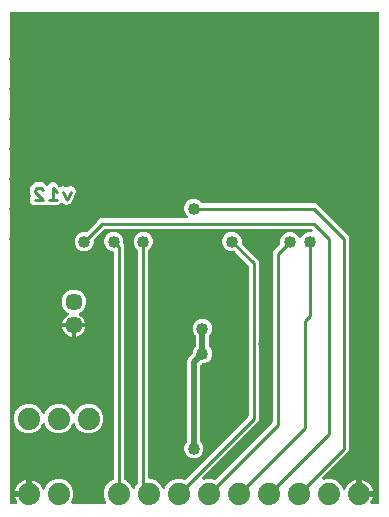
<source format=gbr>
G04 EAGLE Gerber RS-274X export*
G75*
%MOMM*%
%FSLAX34Y34*%
%LPD*%
%INBottom Copper*%
%IPPOS*%
%AMOC8*
5,1,8,0,0,1.08239X$1,22.5*%
G01*
%ADD10C,0.254000*%
%ADD11C,1.879600*%
%ADD12C,1.447800*%
%ADD13C,1.016000*%
%ADD14C,0.508000*%

G36*
X9385Y4070D02*
X9385Y4070D01*
X9425Y4067D01*
X9543Y4090D01*
X9661Y4105D01*
X9698Y4119D01*
X9737Y4127D01*
X9846Y4178D01*
X9957Y4222D01*
X9989Y4245D01*
X10025Y4262D01*
X10117Y4338D01*
X10214Y4408D01*
X10240Y4439D01*
X10270Y4464D01*
X10341Y4561D01*
X10417Y4653D01*
X10434Y4689D01*
X10458Y4722D01*
X10502Y4833D01*
X10553Y4941D01*
X10560Y4980D01*
X10575Y5017D01*
X10590Y5136D01*
X10612Y5253D01*
X10610Y5293D01*
X10615Y5333D01*
X10600Y5452D01*
X10593Y5571D01*
X10580Y5609D01*
X10575Y5648D01*
X10532Y5760D01*
X10495Y5873D01*
X10473Y5907D01*
X10459Y5944D01*
X10373Y6080D01*
X10109Y6443D01*
X9256Y8117D01*
X8675Y9904D01*
X8635Y10161D01*
X19050Y10161D01*
X19168Y10176D01*
X19287Y10183D01*
X19325Y10196D01*
X19365Y10201D01*
X19476Y10244D01*
X19589Y10281D01*
X19623Y10303D01*
X19661Y10318D01*
X19757Y10388D01*
X19858Y10451D01*
X19886Y10481D01*
X19918Y10504D01*
X19994Y10596D01*
X20076Y10683D01*
X20095Y10718D01*
X20121Y10749D01*
X20172Y10857D01*
X20229Y10961D01*
X20240Y11001D01*
X20257Y11037D01*
X20279Y11154D01*
X20309Y11269D01*
X20313Y11330D01*
X20317Y11350D01*
X20315Y11370D01*
X20319Y11430D01*
X20319Y12701D01*
X21590Y12701D01*
X21708Y12716D01*
X21827Y12723D01*
X21865Y12736D01*
X21905Y12741D01*
X22016Y12785D01*
X22129Y12821D01*
X22164Y12843D01*
X22201Y12858D01*
X22297Y12928D01*
X22398Y12991D01*
X22426Y13021D01*
X22459Y13045D01*
X22534Y13136D01*
X22616Y13223D01*
X22636Y13258D01*
X22661Y13290D01*
X22712Y13397D01*
X22770Y13502D01*
X22780Y13541D01*
X22797Y13577D01*
X22819Y13694D01*
X22849Y13809D01*
X22853Y13870D01*
X22857Y13890D01*
X22855Y13910D01*
X22859Y13970D01*
X22859Y24385D01*
X23116Y24345D01*
X24903Y23764D01*
X26577Y22911D01*
X28098Y21806D01*
X29426Y20478D01*
X30531Y18957D01*
X31384Y17283D01*
X31535Y16818D01*
X31548Y16791D01*
X31555Y16762D01*
X31615Y16647D01*
X31670Y16530D01*
X31689Y16507D01*
X31703Y16481D01*
X31791Y16385D01*
X31873Y16285D01*
X31897Y16268D01*
X31917Y16246D01*
X32026Y16174D01*
X32130Y16098D01*
X32158Y16087D01*
X32183Y16071D01*
X32306Y16029D01*
X32426Y15981D01*
X32456Y15977D01*
X32484Y15968D01*
X32613Y15957D01*
X32741Y15941D01*
X32771Y15945D01*
X32801Y15942D01*
X32929Y15965D01*
X33057Y15981D01*
X33085Y15992D01*
X33114Y15997D01*
X33232Y16050D01*
X33353Y16098D01*
X33377Y16115D01*
X33404Y16127D01*
X33505Y16208D01*
X33610Y16284D01*
X33629Y16307D01*
X33653Y16326D01*
X33730Y16429D01*
X33813Y16529D01*
X33826Y16556D01*
X33844Y16580D01*
X33915Y16725D01*
X35168Y19750D01*
X38670Y23252D01*
X43244Y25147D01*
X48196Y25147D01*
X52770Y23252D01*
X56272Y19750D01*
X58167Y15176D01*
X58167Y10224D01*
X56342Y5820D01*
X56329Y5772D01*
X56308Y5727D01*
X56287Y5619D01*
X56258Y5513D01*
X56258Y5463D01*
X56248Y5414D01*
X56255Y5305D01*
X56253Y5195D01*
X56265Y5147D01*
X56268Y5097D01*
X56302Y4993D01*
X56327Y4886D01*
X56351Y4842D01*
X56366Y4795D01*
X56425Y4702D01*
X56476Y4605D01*
X56510Y4568D01*
X56536Y4526D01*
X56616Y4451D01*
X56690Y4369D01*
X56732Y4342D01*
X56768Y4308D01*
X56864Y4255D01*
X56956Y4195D01*
X57003Y4178D01*
X57046Y4154D01*
X57153Y4127D01*
X57257Y4091D01*
X57306Y4087D01*
X57354Y4075D01*
X57515Y4065D01*
X84725Y4065D01*
X84774Y4071D01*
X84824Y4069D01*
X84931Y4091D01*
X85041Y4105D01*
X85087Y4123D01*
X85135Y4133D01*
X85234Y4181D01*
X85336Y4222D01*
X85376Y4251D01*
X85421Y4273D01*
X85505Y4344D01*
X85594Y4408D01*
X85625Y4447D01*
X85663Y4479D01*
X85726Y4569D01*
X85796Y4653D01*
X85818Y4698D01*
X85846Y4739D01*
X85885Y4842D01*
X85932Y4941D01*
X85941Y4990D01*
X85959Y5036D01*
X85971Y5146D01*
X85992Y5253D01*
X85989Y5303D01*
X85994Y5352D01*
X85979Y5461D01*
X85972Y5571D01*
X85957Y5618D01*
X85950Y5667D01*
X85898Y5820D01*
X84073Y10224D01*
X84073Y15176D01*
X85968Y19750D01*
X89470Y23252D01*
X91418Y24059D01*
X91443Y24073D01*
X91471Y24083D01*
X91581Y24152D01*
X91694Y24216D01*
X91715Y24237D01*
X91740Y24253D01*
X91829Y24347D01*
X91922Y24438D01*
X91938Y24463D01*
X91958Y24484D01*
X92021Y24598D01*
X92089Y24709D01*
X92097Y24737D01*
X92112Y24763D01*
X92144Y24889D01*
X92182Y25013D01*
X92184Y25042D01*
X92191Y25071D01*
X92201Y25231D01*
X92201Y216662D01*
X92186Y216780D01*
X92179Y216899D01*
X92166Y216937D01*
X92161Y216978D01*
X92118Y217088D01*
X92081Y217201D01*
X92059Y217236D01*
X92044Y217273D01*
X91975Y217369D01*
X91911Y217470D01*
X91881Y217498D01*
X91858Y217531D01*
X91766Y217607D01*
X91679Y217688D01*
X91644Y217708D01*
X91613Y217733D01*
X91505Y217784D01*
X91401Y217842D01*
X91361Y217852D01*
X91325Y217869D01*
X91208Y217891D01*
X91093Y217921D01*
X91033Y217925D01*
X91013Y217929D01*
X90992Y217927D01*
X90932Y217931D01*
X90703Y217931D01*
X87715Y219169D01*
X85429Y221455D01*
X84191Y224443D01*
X84191Y227677D01*
X85429Y230665D01*
X87715Y232951D01*
X90703Y234189D01*
X93937Y234189D01*
X96925Y232951D01*
X99211Y230665D01*
X100449Y227677D01*
X100449Y224565D01*
X100461Y224466D01*
X100464Y224367D01*
X100481Y224309D01*
X100489Y224249D01*
X100525Y224157D01*
X100553Y224062D01*
X100583Y224010D01*
X100606Y223953D01*
X100664Y223873D01*
X100714Y223788D01*
X100780Y223713D01*
X100792Y223696D01*
X100802Y223688D01*
X100820Y223667D01*
X100839Y223649D01*
X100839Y25231D01*
X100842Y25202D01*
X100840Y25173D01*
X100862Y25045D01*
X100879Y24916D01*
X100889Y24889D01*
X100894Y24859D01*
X100948Y24741D01*
X100996Y24620D01*
X101013Y24596D01*
X101025Y24569D01*
X101106Y24468D01*
X101182Y24363D01*
X101205Y24344D01*
X101224Y24321D01*
X101327Y24243D01*
X101427Y24160D01*
X101454Y24147D01*
X101478Y24130D01*
X101622Y24059D01*
X103570Y23252D01*
X107072Y19750D01*
X108047Y17395D01*
X108116Y17275D01*
X108181Y17152D01*
X108195Y17137D01*
X108205Y17119D01*
X108302Y17019D01*
X108395Y16916D01*
X108412Y16905D01*
X108426Y16891D01*
X108544Y16818D01*
X108661Y16742D01*
X108680Y16735D01*
X108697Y16724D01*
X108830Y16684D01*
X108962Y16638D01*
X108982Y16637D01*
X109001Y16631D01*
X109140Y16624D01*
X109279Y16613D01*
X109299Y16617D01*
X109319Y16616D01*
X109455Y16644D01*
X109592Y16668D01*
X109611Y16676D01*
X109630Y16680D01*
X109755Y16741D01*
X109882Y16798D01*
X109898Y16811D01*
X109916Y16820D01*
X110022Y16910D01*
X110130Y16997D01*
X110143Y17013D01*
X110158Y17026D01*
X110238Y17140D01*
X110322Y17251D01*
X110334Y17276D01*
X110341Y17286D01*
X110348Y17305D01*
X110393Y17395D01*
X111368Y19750D01*
X112630Y21012D01*
X112690Y21090D01*
X112758Y21162D01*
X112787Y21215D01*
X112824Y21263D01*
X112864Y21354D01*
X112912Y21441D01*
X112927Y21499D01*
X112951Y21555D01*
X112966Y21653D01*
X112991Y21749D01*
X112997Y21849D01*
X113001Y21869D01*
X112999Y21881D01*
X113001Y21909D01*
X113001Y218357D01*
X112989Y218455D01*
X112986Y218554D01*
X112969Y218613D01*
X112961Y218673D01*
X112925Y218765D01*
X112897Y218860D01*
X112867Y218912D01*
X112844Y218968D01*
X112786Y219048D01*
X112736Y219134D01*
X112670Y219209D01*
X112658Y219226D01*
X112648Y219234D01*
X112630Y219255D01*
X110429Y221455D01*
X109191Y224443D01*
X109191Y227677D01*
X110429Y230665D01*
X112715Y232951D01*
X115703Y234189D01*
X118937Y234189D01*
X121925Y232951D01*
X124211Y230665D01*
X125449Y227677D01*
X125449Y224443D01*
X124211Y221455D01*
X122010Y219255D01*
X121950Y219176D01*
X121882Y219104D01*
X121853Y219051D01*
X121816Y219003D01*
X121776Y218912D01*
X121728Y218826D01*
X121713Y218767D01*
X121689Y218712D01*
X121674Y218614D01*
X121649Y218518D01*
X121643Y218418D01*
X121639Y218397D01*
X121641Y218385D01*
X121639Y218357D01*
X121639Y26416D01*
X121654Y26298D01*
X121661Y26179D01*
X121674Y26141D01*
X121679Y26100D01*
X121722Y25990D01*
X121759Y25877D01*
X121781Y25842D01*
X121796Y25805D01*
X121865Y25709D01*
X121929Y25608D01*
X121959Y25580D01*
X121982Y25547D01*
X122074Y25471D01*
X122161Y25390D01*
X122196Y25370D01*
X122227Y25345D01*
X122335Y25294D01*
X122439Y25236D01*
X122479Y25226D01*
X122515Y25209D01*
X122632Y25187D01*
X122747Y25157D01*
X122807Y25153D01*
X122827Y25149D01*
X122848Y25151D01*
X122908Y25147D01*
X124396Y25147D01*
X128970Y23252D01*
X132472Y19750D01*
X133447Y17395D01*
X133516Y17275D01*
X133581Y17152D01*
X133595Y17137D01*
X133605Y17119D01*
X133702Y17019D01*
X133795Y16916D01*
X133812Y16905D01*
X133826Y16891D01*
X133944Y16818D01*
X134061Y16742D01*
X134080Y16735D01*
X134097Y16724D01*
X134230Y16684D01*
X134362Y16638D01*
X134382Y16637D01*
X134401Y16631D01*
X134540Y16624D01*
X134679Y16613D01*
X134699Y16617D01*
X134719Y16616D01*
X134855Y16644D01*
X134992Y16668D01*
X135011Y16676D01*
X135030Y16680D01*
X135155Y16741D01*
X135282Y16798D01*
X135298Y16811D01*
X135316Y16820D01*
X135422Y16910D01*
X135530Y16997D01*
X135543Y17013D01*
X135558Y17026D01*
X135638Y17140D01*
X135722Y17251D01*
X135734Y17276D01*
X135741Y17286D01*
X135748Y17305D01*
X135793Y17395D01*
X136768Y19750D01*
X140270Y23252D01*
X144844Y25147D01*
X149796Y25147D01*
X151744Y24340D01*
X151773Y24332D01*
X151799Y24319D01*
X151925Y24290D01*
X152051Y24256D01*
X152080Y24255D01*
X152109Y24249D01*
X152239Y24253D01*
X152369Y24251D01*
X152397Y24258D01*
X152427Y24259D01*
X152552Y24295D01*
X152678Y24325D01*
X152704Y24339D01*
X152732Y24347D01*
X152844Y24413D01*
X152959Y24474D01*
X152981Y24493D01*
X153006Y24508D01*
X153127Y24615D01*
X206130Y77617D01*
X206190Y77695D01*
X206258Y77768D01*
X206287Y77821D01*
X206324Y77868D01*
X206364Y77959D01*
X206412Y78046D01*
X206427Y78105D01*
X206451Y78160D01*
X206466Y78258D01*
X206491Y78354D01*
X206497Y78454D01*
X206501Y78474D01*
X206499Y78487D01*
X206501Y78515D01*
X206501Y205245D01*
X206489Y205344D01*
X206486Y205443D01*
X206469Y205501D01*
X206461Y205561D01*
X206425Y205653D01*
X206397Y205748D01*
X206367Y205800D01*
X206344Y205857D01*
X206286Y205937D01*
X206236Y206022D01*
X206170Y206097D01*
X206158Y206114D01*
X206148Y206122D01*
X206130Y206143D01*
X194713Y217560D01*
X194635Y217620D01*
X194562Y217688D01*
X194509Y217717D01*
X194462Y217754D01*
X194371Y217794D01*
X194284Y217842D01*
X194225Y217857D01*
X194170Y217881D01*
X194072Y217896D01*
X193976Y217921D01*
X193876Y217927D01*
X193856Y217931D01*
X193843Y217929D01*
X193815Y217931D01*
X190703Y217931D01*
X187715Y219169D01*
X185429Y221455D01*
X184191Y224443D01*
X184191Y227677D01*
X185429Y230665D01*
X187715Y232951D01*
X190703Y234189D01*
X193937Y234189D01*
X196925Y232951D01*
X199211Y230665D01*
X200449Y227677D01*
X200449Y224565D01*
X200461Y224466D01*
X200464Y224367D01*
X200481Y224309D01*
X200489Y224249D01*
X200525Y224157D01*
X200553Y224062D01*
X200583Y224010D01*
X200606Y223953D01*
X200664Y223873D01*
X200714Y223788D01*
X200780Y223713D01*
X200792Y223696D01*
X200802Y223688D01*
X200820Y223667D01*
X215139Y209349D01*
X215139Y74411D01*
X167296Y26569D01*
X167254Y26514D01*
X167203Y26465D01*
X167157Y26389D01*
X167101Y26318D01*
X167074Y26253D01*
X167037Y26194D01*
X167011Y26108D01*
X166975Y26026D01*
X166964Y25957D01*
X166944Y25890D01*
X166939Y25801D01*
X166925Y25712D01*
X166932Y25642D01*
X166929Y25572D01*
X166947Y25485D01*
X166955Y25395D01*
X166979Y25329D01*
X166993Y25261D01*
X167032Y25180D01*
X167063Y25096D01*
X167102Y25038D01*
X167133Y24975D01*
X167191Y24907D01*
X167241Y24833D01*
X167294Y24786D01*
X167339Y24733D01*
X167412Y24682D01*
X167480Y24622D01*
X167542Y24590D01*
X167599Y24550D01*
X167683Y24518D01*
X167763Y24477D01*
X167831Y24462D01*
X167896Y24437D01*
X167986Y24427D01*
X168073Y24408D01*
X168143Y24410D01*
X168212Y24402D01*
X168301Y24415D01*
X168391Y24417D01*
X168458Y24437D01*
X168527Y24447D01*
X168680Y24499D01*
X170244Y25147D01*
X175196Y25147D01*
X177144Y24340D01*
X177172Y24332D01*
X177199Y24319D01*
X177326Y24290D01*
X177451Y24256D01*
X177480Y24255D01*
X177509Y24249D01*
X177639Y24253D01*
X177769Y24251D01*
X177797Y24258D01*
X177827Y24259D01*
X177952Y24295D01*
X178078Y24325D01*
X178104Y24339D01*
X178132Y24347D01*
X178244Y24413D01*
X178359Y24474D01*
X178381Y24493D01*
X178406Y24508D01*
X178527Y24615D01*
X226450Y72537D01*
X226510Y72615D01*
X226578Y72688D01*
X226607Y72741D01*
X226644Y72788D01*
X226684Y72879D01*
X226732Y72966D01*
X226747Y73025D01*
X226771Y73080D01*
X226786Y73178D01*
X226811Y73274D01*
X226817Y73374D01*
X226821Y73394D01*
X226819Y73407D01*
X226821Y73435D01*
X226821Y217469D01*
X233020Y223667D01*
X233080Y223745D01*
X233148Y223818D01*
X233177Y223871D01*
X233214Y223918D01*
X233254Y224009D01*
X233302Y224096D01*
X233317Y224155D01*
X233341Y224210D01*
X233356Y224308D01*
X233381Y224404D01*
X233387Y224504D01*
X233391Y224524D01*
X233389Y224537D01*
X233391Y224565D01*
X233391Y227677D01*
X234629Y230665D01*
X236915Y232951D01*
X239903Y234189D01*
X243137Y234189D01*
X246125Y232951D01*
X248411Y230665D01*
X248847Y229612D01*
X248916Y229491D01*
X248981Y229368D01*
X248995Y229353D01*
X249005Y229335D01*
X249102Y229235D01*
X249195Y229133D01*
X249212Y229121D01*
X249226Y229107D01*
X249345Y229034D01*
X249461Y228958D01*
X249480Y228951D01*
X249497Y228941D01*
X249630Y228900D01*
X249762Y228855D01*
X249782Y228853D01*
X249801Y228847D01*
X249940Y228840D01*
X250079Y228829D01*
X250099Y228833D01*
X250119Y228832D01*
X250255Y228860D01*
X250392Y228884D01*
X250411Y228892D01*
X250430Y228896D01*
X250555Y228957D01*
X250682Y229014D01*
X250698Y229027D01*
X250716Y229036D01*
X250822Y229126D01*
X250930Y229213D01*
X250943Y229229D01*
X250958Y229242D01*
X251038Y229356D01*
X251122Y229467D01*
X251134Y229492D01*
X251141Y229502D01*
X251148Y229522D01*
X251193Y229612D01*
X251629Y230665D01*
X253915Y232951D01*
X256903Y234189D01*
X259559Y234189D01*
X259697Y234206D01*
X259836Y234219D01*
X259855Y234226D01*
X259875Y234229D01*
X260004Y234280D01*
X260135Y234327D01*
X260152Y234338D01*
X260171Y234346D01*
X260283Y234427D01*
X260398Y234505D01*
X260412Y234521D01*
X260428Y234532D01*
X260517Y234640D01*
X260609Y234744D01*
X260618Y234762D01*
X260631Y234777D01*
X260690Y234903D01*
X260753Y235027D01*
X260758Y235047D01*
X260766Y235065D01*
X260792Y235202D01*
X260823Y235337D01*
X260822Y235358D01*
X260826Y235377D01*
X260817Y235516D01*
X260813Y235655D01*
X260808Y235675D01*
X260806Y235695D01*
X260763Y235827D01*
X260725Y235961D01*
X260715Y235978D01*
X260708Y235997D01*
X260634Y236115D01*
X260563Y236235D01*
X260545Y236256D01*
X260538Y236266D01*
X260523Y236280D01*
X260457Y236356D01*
X260203Y236610D01*
X260125Y236670D01*
X260052Y236738D01*
X259999Y236767D01*
X259952Y236804D01*
X259861Y236844D01*
X259774Y236892D01*
X259715Y236907D01*
X259660Y236931D01*
X259562Y236946D01*
X259466Y236971D01*
X259366Y236977D01*
X259346Y236981D01*
X259333Y236979D01*
X259305Y236981D01*
X84875Y236981D01*
X84776Y236969D01*
X84677Y236966D01*
X84619Y236949D01*
X84559Y236941D01*
X84467Y236905D01*
X84372Y236877D01*
X84320Y236847D01*
X84263Y236824D01*
X84183Y236766D01*
X84098Y236716D01*
X84023Y236650D01*
X84006Y236638D01*
X83998Y236628D01*
X83977Y236610D01*
X75820Y228453D01*
X75760Y228375D01*
X75692Y228302D01*
X75663Y228249D01*
X75626Y228202D01*
X75586Y228111D01*
X75538Y228024D01*
X75523Y227965D01*
X75499Y227910D01*
X75484Y227812D01*
X75459Y227716D01*
X75453Y227616D01*
X75449Y227596D01*
X75451Y227583D01*
X75449Y227555D01*
X75449Y224443D01*
X74211Y221455D01*
X71925Y219169D01*
X68937Y217931D01*
X65703Y217931D01*
X62715Y219169D01*
X60429Y221455D01*
X59191Y224443D01*
X59191Y227677D01*
X60429Y230665D01*
X62715Y232951D01*
X65703Y234189D01*
X68815Y234189D01*
X68914Y234201D01*
X69013Y234204D01*
X69071Y234221D01*
X69131Y234229D01*
X69223Y234265D01*
X69318Y234293D01*
X69370Y234323D01*
X69427Y234346D01*
X69507Y234404D01*
X69592Y234454D01*
X69667Y234520D01*
X69684Y234532D01*
X69692Y234542D01*
X69713Y234560D01*
X77870Y242717D01*
X80771Y245619D01*
X153841Y245619D01*
X153979Y245636D01*
X154118Y245649D01*
X154137Y245656D01*
X154157Y245659D01*
X154286Y245710D01*
X154417Y245757D01*
X154434Y245768D01*
X154452Y245776D01*
X154565Y245857D01*
X154680Y245935D01*
X154693Y245951D01*
X154710Y245962D01*
X154799Y246070D01*
X154891Y246174D01*
X154900Y246192D01*
X154913Y246207D01*
X154972Y246333D01*
X155035Y246457D01*
X155040Y246477D01*
X155048Y246495D01*
X155074Y246632D01*
X155105Y246767D01*
X155104Y246788D01*
X155108Y246807D01*
X155099Y246946D01*
X155095Y247085D01*
X155089Y247105D01*
X155088Y247125D01*
X155045Y247257D01*
X155007Y247391D01*
X154996Y247408D01*
X154990Y247427D01*
X154916Y247545D01*
X154845Y247665D01*
X154827Y247686D01*
X154820Y247696D01*
X154805Y247710D01*
X154739Y247785D01*
X153129Y249395D01*
X151891Y252383D01*
X151891Y255617D01*
X153129Y258605D01*
X155415Y260891D01*
X158403Y262129D01*
X161637Y262129D01*
X164625Y260891D01*
X166825Y258690D01*
X166904Y258630D01*
X166976Y258562D01*
X167029Y258533D01*
X167077Y258496D01*
X167168Y258456D01*
X167254Y258408D01*
X167313Y258393D01*
X167368Y258369D01*
X167466Y258354D01*
X167562Y258329D01*
X167662Y258323D01*
X167683Y258319D01*
X167695Y258321D01*
X167723Y258319D01*
X263409Y258319D01*
X291339Y230389D01*
X291339Y49011D01*
X268896Y26569D01*
X268854Y26514D01*
X268803Y26465D01*
X268757Y26389D01*
X268701Y26318D01*
X268674Y26253D01*
X268637Y26194D01*
X268611Y26108D01*
X268575Y26026D01*
X268564Y25957D01*
X268544Y25890D01*
X268539Y25801D01*
X268525Y25712D01*
X268532Y25642D01*
X268529Y25572D01*
X268547Y25485D01*
X268555Y25395D01*
X268579Y25329D01*
X268593Y25261D01*
X268632Y25180D01*
X268663Y25096D01*
X268702Y25038D01*
X268733Y24975D01*
X268791Y24907D01*
X268841Y24833D01*
X268894Y24786D01*
X268939Y24733D01*
X269012Y24682D01*
X269080Y24622D01*
X269142Y24590D01*
X269199Y24550D01*
X269283Y24518D01*
X269363Y24477D01*
X269431Y24462D01*
X269496Y24437D01*
X269586Y24427D01*
X269673Y24408D01*
X269743Y24410D01*
X269812Y24402D01*
X269901Y24415D01*
X269991Y24417D01*
X270058Y24437D01*
X270127Y24447D01*
X270280Y24499D01*
X271844Y25147D01*
X276796Y25147D01*
X281370Y23252D01*
X284872Y19750D01*
X286125Y16725D01*
X286140Y16699D01*
X286149Y16670D01*
X286219Y16561D01*
X286283Y16448D01*
X286304Y16427D01*
X286320Y16402D01*
X286414Y16313D01*
X286504Y16220D01*
X286530Y16204D01*
X286551Y16184D01*
X286665Y16121D01*
X286775Y16054D01*
X286804Y16045D01*
X286830Y16031D01*
X286955Y15998D01*
X287079Y15960D01*
X287109Y15959D01*
X287138Y15951D01*
X287268Y15951D01*
X287397Y15945D01*
X287426Y15951D01*
X287456Y15951D01*
X287581Y15983D01*
X287708Y16009D01*
X287735Y16022D01*
X287764Y16030D01*
X287877Y16092D01*
X287994Y16149D01*
X288017Y16168D01*
X288043Y16183D01*
X288137Y16271D01*
X288236Y16355D01*
X288253Y16380D01*
X288275Y16400D01*
X288344Y16509D01*
X288419Y16615D01*
X288430Y16643D01*
X288446Y16669D01*
X288505Y16818D01*
X288656Y17283D01*
X289509Y18957D01*
X290614Y20478D01*
X291942Y21806D01*
X293463Y22911D01*
X295137Y23764D01*
X296924Y24345D01*
X297181Y24385D01*
X297181Y13970D01*
X297196Y13852D01*
X297203Y13733D01*
X297216Y13695D01*
X297221Y13655D01*
X297264Y13544D01*
X297301Y13431D01*
X297323Y13397D01*
X297338Y13359D01*
X297408Y13263D01*
X297471Y13162D01*
X297501Y13134D01*
X297524Y13102D01*
X297616Y13026D01*
X297703Y12944D01*
X297738Y12925D01*
X297769Y12899D01*
X297877Y12848D01*
X297981Y12791D01*
X298021Y12780D01*
X298057Y12763D01*
X298174Y12741D01*
X298289Y12711D01*
X298350Y12707D01*
X298370Y12703D01*
X298390Y12705D01*
X298450Y12701D01*
X299721Y12701D01*
X299721Y11430D01*
X299736Y11312D01*
X299743Y11193D01*
X299756Y11155D01*
X299761Y11114D01*
X299805Y11004D01*
X299841Y10891D01*
X299863Y10856D01*
X299878Y10819D01*
X299948Y10723D01*
X300011Y10622D01*
X300041Y10594D01*
X300065Y10561D01*
X300156Y10486D01*
X300243Y10404D01*
X300278Y10384D01*
X300310Y10359D01*
X300417Y10308D01*
X300522Y10250D01*
X300561Y10240D01*
X300597Y10223D01*
X300714Y10201D01*
X300829Y10171D01*
X300890Y10167D01*
X300910Y10163D01*
X300930Y10165D01*
X300990Y10161D01*
X311405Y10161D01*
X311365Y9904D01*
X310784Y8117D01*
X309931Y6443D01*
X309667Y6080D01*
X309648Y6045D01*
X309623Y6015D01*
X309572Y5906D01*
X309514Y5801D01*
X309504Y5763D01*
X309487Y5727D01*
X309465Y5609D01*
X309435Y5493D01*
X309435Y5454D01*
X309428Y5414D01*
X309435Y5295D01*
X309435Y5175D01*
X309445Y5137D01*
X309447Y5097D01*
X309484Y4983D01*
X309514Y4867D01*
X309533Y4832D01*
X309545Y4795D01*
X309609Y4694D01*
X309667Y4589D01*
X309694Y4559D01*
X309715Y4526D01*
X309803Y4444D01*
X309885Y4357D01*
X309918Y4335D01*
X309947Y4308D01*
X310052Y4250D01*
X310153Y4186D01*
X310191Y4174D01*
X310226Y4154D01*
X310341Y4125D01*
X310455Y4087D01*
X310495Y4085D01*
X310534Y4075D01*
X310694Y4065D01*
X315976Y4065D01*
X316094Y4080D01*
X316213Y4087D01*
X316251Y4100D01*
X316292Y4105D01*
X316402Y4148D01*
X316515Y4185D01*
X316550Y4207D01*
X316587Y4222D01*
X316683Y4291D01*
X316784Y4355D01*
X316812Y4385D01*
X316845Y4408D01*
X316921Y4500D01*
X317002Y4587D01*
X317022Y4622D01*
X317047Y4653D01*
X317098Y4761D01*
X317156Y4865D01*
X317166Y4905D01*
X317183Y4941D01*
X317205Y5058D01*
X317235Y5173D01*
X317239Y5233D01*
X317243Y5253D01*
X317241Y5274D01*
X317245Y5334D01*
X317245Y419100D01*
X317230Y419218D01*
X317223Y419337D01*
X317210Y419375D01*
X317205Y419416D01*
X317162Y419526D01*
X317125Y419639D01*
X317103Y419674D01*
X317088Y419711D01*
X317019Y419807D01*
X316955Y419908D01*
X316925Y419936D01*
X316902Y419969D01*
X316810Y420045D01*
X316723Y420126D01*
X316688Y420146D01*
X316657Y420171D01*
X316549Y420222D01*
X316445Y420280D01*
X316405Y420290D01*
X316369Y420307D01*
X316252Y420329D01*
X316137Y420359D01*
X316077Y420363D01*
X316057Y420367D01*
X316036Y420365D01*
X315976Y420369D01*
X5334Y420369D01*
X5216Y420354D01*
X5097Y420347D01*
X5059Y420334D01*
X5018Y420329D01*
X4908Y420286D01*
X4795Y420249D01*
X4760Y420227D01*
X4723Y420212D01*
X4627Y420143D01*
X4526Y420079D01*
X4498Y420049D01*
X4465Y420026D01*
X4389Y419934D01*
X4308Y419847D01*
X4288Y419812D01*
X4263Y419781D01*
X4212Y419673D01*
X4154Y419569D01*
X4144Y419529D01*
X4127Y419493D01*
X4105Y419376D01*
X4075Y419261D01*
X4071Y419201D01*
X4067Y419181D01*
X4069Y419160D01*
X4065Y419100D01*
X4065Y5334D01*
X4080Y5216D01*
X4087Y5097D01*
X4100Y5059D01*
X4105Y5018D01*
X4148Y4908D01*
X4185Y4795D01*
X4207Y4760D01*
X4222Y4723D01*
X4291Y4627D01*
X4355Y4526D01*
X4385Y4498D01*
X4408Y4465D01*
X4500Y4389D01*
X4587Y4308D01*
X4622Y4288D01*
X4653Y4263D01*
X4761Y4212D01*
X4865Y4154D01*
X4905Y4144D01*
X4941Y4127D01*
X5058Y4105D01*
X5173Y4075D01*
X5233Y4071D01*
X5253Y4067D01*
X5274Y4069D01*
X5334Y4065D01*
X9346Y4065D01*
X9385Y4070D01*
G37*
%LPC*%
G36*
X17844Y63753D02*
X17844Y63753D01*
X13270Y65648D01*
X9768Y69150D01*
X7873Y73724D01*
X7873Y78676D01*
X9768Y83250D01*
X13270Y86752D01*
X17844Y88647D01*
X22796Y88647D01*
X27370Y86752D01*
X30872Y83251D01*
X31847Y80895D01*
X31916Y80774D01*
X31981Y80652D01*
X31995Y80637D01*
X32005Y80619D01*
X32102Y80519D01*
X32195Y80416D01*
X32212Y80405D01*
X32226Y80391D01*
X32344Y80318D01*
X32461Y80242D01*
X32480Y80235D01*
X32497Y80224D01*
X32630Y80184D01*
X32762Y80138D01*
X32782Y80137D01*
X32801Y80131D01*
X32940Y80124D01*
X33079Y80113D01*
X33099Y80117D01*
X33119Y80116D01*
X33255Y80144D01*
X33392Y80168D01*
X33411Y80176D01*
X33430Y80180D01*
X33555Y80241D01*
X33682Y80298D01*
X33698Y80311D01*
X33716Y80320D01*
X33822Y80410D01*
X33930Y80497D01*
X33943Y80513D01*
X33958Y80526D01*
X34038Y80640D01*
X34122Y80751D01*
X34134Y80776D01*
X34141Y80786D01*
X34148Y80805D01*
X34193Y80895D01*
X35168Y83250D01*
X38670Y86752D01*
X43244Y88647D01*
X48196Y88647D01*
X52770Y86752D01*
X56272Y83251D01*
X57247Y80895D01*
X57316Y80774D01*
X57381Y80652D01*
X57395Y80637D01*
X57405Y80619D01*
X57502Y80519D01*
X57595Y80416D01*
X57612Y80405D01*
X57626Y80391D01*
X57744Y80318D01*
X57861Y80242D01*
X57880Y80235D01*
X57897Y80224D01*
X58030Y80184D01*
X58162Y80138D01*
X58182Y80137D01*
X58201Y80131D01*
X58340Y80124D01*
X58479Y80113D01*
X58499Y80117D01*
X58519Y80116D01*
X58655Y80144D01*
X58792Y80168D01*
X58811Y80176D01*
X58830Y80180D01*
X58955Y80241D01*
X59082Y80298D01*
X59098Y80311D01*
X59116Y80320D01*
X59222Y80410D01*
X59330Y80497D01*
X59343Y80513D01*
X59358Y80526D01*
X59438Y80640D01*
X59522Y80751D01*
X59534Y80776D01*
X59541Y80786D01*
X59548Y80805D01*
X59593Y80895D01*
X60568Y83250D01*
X64070Y86752D01*
X68644Y88647D01*
X73596Y88647D01*
X78170Y86752D01*
X81672Y83250D01*
X83567Y78676D01*
X83567Y73724D01*
X81672Y69150D01*
X78170Y65648D01*
X73596Y63753D01*
X68644Y63753D01*
X64070Y65648D01*
X60568Y69150D01*
X59593Y71505D01*
X59524Y71625D01*
X59459Y71748D01*
X59445Y71763D01*
X59435Y71781D01*
X59338Y71881D01*
X59245Y71984D01*
X59228Y71995D01*
X59214Y72009D01*
X59095Y72082D01*
X58979Y72158D01*
X58960Y72165D01*
X58943Y72176D01*
X58810Y72217D01*
X58678Y72262D01*
X58658Y72263D01*
X58639Y72269D01*
X58500Y72276D01*
X58361Y72287D01*
X58341Y72283D01*
X58321Y72284D01*
X58185Y72256D01*
X58048Y72232D01*
X58029Y72224D01*
X58010Y72220D01*
X57884Y72159D01*
X57758Y72102D01*
X57742Y72089D01*
X57724Y72080D01*
X57618Y71990D01*
X57510Y71903D01*
X57497Y71887D01*
X57482Y71874D01*
X57402Y71760D01*
X57318Y71649D01*
X57306Y71624D01*
X57299Y71614D01*
X57292Y71595D01*
X57247Y71505D01*
X56272Y69149D01*
X52770Y65648D01*
X48196Y63753D01*
X43244Y63753D01*
X38670Y65648D01*
X35168Y69150D01*
X34193Y71505D01*
X34124Y71625D01*
X34059Y71748D01*
X34045Y71763D01*
X34035Y71781D01*
X33938Y71881D01*
X33845Y71984D01*
X33828Y71995D01*
X33814Y72009D01*
X33695Y72082D01*
X33579Y72158D01*
X33560Y72165D01*
X33543Y72176D01*
X33410Y72217D01*
X33278Y72262D01*
X33258Y72263D01*
X33239Y72269D01*
X33100Y72276D01*
X32961Y72287D01*
X32941Y72283D01*
X32921Y72284D01*
X32785Y72256D01*
X32648Y72232D01*
X32629Y72224D01*
X32610Y72220D01*
X32484Y72159D01*
X32358Y72102D01*
X32342Y72089D01*
X32324Y72080D01*
X32218Y71990D01*
X32110Y71903D01*
X32097Y71887D01*
X32082Y71874D01*
X32002Y71760D01*
X31918Y71649D01*
X31906Y71624D01*
X31899Y71614D01*
X31892Y71595D01*
X31847Y71505D01*
X30872Y69149D01*
X27370Y65648D01*
X22796Y63753D01*
X17844Y63753D01*
G37*
%LPD*%
%LPC*%
G36*
X158403Y42671D02*
X158403Y42671D01*
X155415Y43909D01*
X153129Y46195D01*
X151891Y49183D01*
X151891Y52417D01*
X153129Y55405D01*
X154060Y56335D01*
X154120Y56414D01*
X154188Y56486D01*
X154217Y56539D01*
X154254Y56587D01*
X154294Y56678D01*
X154342Y56764D01*
X154357Y56823D01*
X154381Y56878D01*
X154396Y56976D01*
X154421Y57072D01*
X154427Y57172D01*
X154431Y57193D01*
X154429Y57205D01*
X154431Y57233D01*
X154431Y124942D01*
X155282Y126996D01*
X158820Y130533D01*
X158880Y130611D01*
X158948Y130684D01*
X158977Y130737D01*
X159014Y130784D01*
X159054Y130875D01*
X159102Y130962D01*
X159117Y131021D01*
X159141Y131076D01*
X159156Y131174D01*
X159181Y131270D01*
X159187Y131370D01*
X159191Y131390D01*
X159189Y131403D01*
X159191Y131431D01*
X159191Y132747D01*
X160429Y135735D01*
X161360Y136665D01*
X161420Y136744D01*
X161488Y136816D01*
X161517Y136869D01*
X161554Y136917D01*
X161594Y137008D01*
X161642Y137094D01*
X161657Y137153D01*
X161681Y137208D01*
X161696Y137306D01*
X161721Y137402D01*
X161727Y137502D01*
X161731Y137523D01*
X161729Y137535D01*
X161731Y137563D01*
X161731Y145967D01*
X161719Y146065D01*
X161716Y146164D01*
X161699Y146223D01*
X161691Y146283D01*
X161655Y146375D01*
X161627Y146470D01*
X161597Y146522D01*
X161574Y146578D01*
X161516Y146658D01*
X161466Y146744D01*
X161400Y146819D01*
X161388Y146836D01*
X161378Y146844D01*
X161360Y146865D01*
X160429Y147795D01*
X159191Y150783D01*
X159191Y154017D01*
X160429Y157005D01*
X162715Y159291D01*
X165703Y160529D01*
X168937Y160529D01*
X171925Y159291D01*
X174211Y157005D01*
X175449Y154017D01*
X175449Y150783D01*
X174211Y147795D01*
X173280Y146865D01*
X173220Y146786D01*
X173152Y146714D01*
X173123Y146661D01*
X173086Y146613D01*
X173046Y146522D01*
X172998Y146436D01*
X172983Y146377D01*
X172959Y146322D01*
X172944Y146224D01*
X172919Y146128D01*
X172913Y146028D01*
X172909Y146007D01*
X172911Y145995D01*
X172909Y145967D01*
X172909Y137563D01*
X172921Y137465D01*
X172924Y137366D01*
X172941Y137307D01*
X172949Y137247D01*
X172985Y137155D01*
X173013Y137060D01*
X173043Y137008D01*
X173066Y136952D01*
X173124Y136872D01*
X173174Y136786D01*
X173240Y136711D01*
X173252Y136694D01*
X173262Y136686D01*
X173280Y136665D01*
X174211Y135735D01*
X175449Y132747D01*
X175449Y129513D01*
X174211Y126525D01*
X171925Y124239D01*
X168937Y123001D01*
X167621Y123001D01*
X167522Y122989D01*
X167423Y122986D01*
X167365Y122969D01*
X167305Y122961D01*
X167213Y122925D01*
X167118Y122897D01*
X167066Y122867D01*
X167009Y122844D01*
X166929Y122786D01*
X166844Y122736D01*
X166769Y122670D01*
X166752Y122658D01*
X166744Y122648D01*
X166723Y122630D01*
X165980Y121887D01*
X165920Y121809D01*
X165852Y121736D01*
X165823Y121683D01*
X165786Y121636D01*
X165746Y121545D01*
X165698Y121458D01*
X165683Y121399D01*
X165659Y121344D01*
X165644Y121246D01*
X165619Y121150D01*
X165613Y121050D01*
X165609Y121030D01*
X165611Y121017D01*
X165609Y120989D01*
X165609Y57233D01*
X165621Y57135D01*
X165624Y57036D01*
X165641Y56977D01*
X165649Y56917D01*
X165685Y56825D01*
X165713Y56730D01*
X165743Y56678D01*
X165766Y56622D01*
X165824Y56542D01*
X165874Y56456D01*
X165940Y56381D01*
X165952Y56364D01*
X165962Y56356D01*
X165980Y56335D01*
X166911Y55405D01*
X168149Y52417D01*
X168149Y49183D01*
X166911Y46195D01*
X164625Y43909D01*
X161637Y42671D01*
X158403Y42671D01*
G37*
%LPD*%
%LPC*%
G36*
X52726Y256967D02*
X52726Y256967D01*
X52580Y256996D01*
X52571Y256995D01*
X52562Y256997D01*
X52412Y256987D01*
X52262Y256978D01*
X52254Y256976D01*
X52245Y256975D01*
X52165Y256954D01*
X50914Y257580D01*
X50905Y257583D01*
X50897Y257588D01*
X50748Y257648D01*
X49415Y258093D01*
X49368Y258162D01*
X49284Y258287D01*
X49277Y258293D01*
X49272Y258301D01*
X49159Y258399D01*
X49047Y258499D01*
X49039Y258503D01*
X49032Y258509D01*
X48893Y258590D01*
X48625Y258724D01*
X48555Y258749D01*
X48489Y258783D01*
X48405Y258801D01*
X48325Y258830D01*
X48251Y258836D01*
X48178Y258852D01*
X48093Y258850D01*
X48008Y258857D01*
X47935Y258845D01*
X47860Y258843D01*
X47778Y258819D01*
X47695Y258805D01*
X47626Y258775D01*
X47555Y258754D01*
X47482Y258711D01*
X47404Y258677D01*
X47345Y258631D01*
X47281Y258593D01*
X47160Y258486D01*
X45975Y257301D01*
X35517Y257301D01*
X35487Y257315D01*
X35380Y257369D01*
X35341Y257378D01*
X35304Y257394D01*
X35186Y257412D01*
X35070Y257438D01*
X35030Y257437D01*
X34990Y257443D01*
X34871Y257432D01*
X34752Y257429D01*
X34713Y257417D01*
X34673Y257414D01*
X34561Y257373D01*
X34447Y257340D01*
X34412Y257320D01*
X34374Y257306D01*
X34367Y257301D01*
X23924Y257301D01*
X21394Y259831D01*
X21394Y263409D01*
X22097Y264112D01*
X22170Y264206D01*
X22249Y264295D01*
X22268Y264331D01*
X22292Y264363D01*
X22340Y264472D01*
X22394Y264579D01*
X22403Y264618D01*
X22419Y264655D01*
X22437Y264773D01*
X22463Y264889D01*
X22462Y264929D01*
X22469Y264969D01*
X22457Y265088D01*
X22454Y265207D01*
X22442Y265246D01*
X22439Y265286D01*
X22398Y265398D01*
X22365Y265512D01*
X22345Y265547D01*
X22331Y265585D01*
X22264Y265684D01*
X22204Y265786D01*
X22164Y265831D01*
X22153Y265848D01*
X22137Y265862D01*
X22097Y265907D01*
X21394Y266610D01*
X21394Y271883D01*
X25619Y276107D01*
X32586Y276107D01*
X34899Y273794D01*
X34994Y273721D01*
X35083Y273642D01*
X35119Y273624D01*
X35151Y273599D01*
X35260Y273552D01*
X35366Y273498D01*
X35405Y273489D01*
X35443Y273473D01*
X35560Y273454D01*
X35676Y273428D01*
X35717Y273429D01*
X35757Y273423D01*
X35875Y273434D01*
X35994Y273438D01*
X36033Y273449D01*
X36073Y273453D01*
X36185Y273493D01*
X36300Y273526D01*
X36334Y273547D01*
X36373Y273560D01*
X36471Y273627D01*
X36574Y273688D01*
X36619Y273728D01*
X36636Y273739D01*
X36649Y273754D01*
X36694Y273794D01*
X39008Y276107D01*
X42585Y276107D01*
X45487Y273206D01*
X46030Y272663D01*
X46089Y272617D01*
X46141Y272564D01*
X46214Y272520D01*
X46281Y272468D01*
X46350Y272438D01*
X46414Y272400D01*
X46495Y272375D01*
X46573Y272341D01*
X46647Y272330D01*
X46718Y272308D01*
X46803Y272305D01*
X46887Y272291D01*
X46962Y272298D01*
X47036Y272295D01*
X47119Y272313D01*
X47204Y272321D01*
X47274Y272346D01*
X47347Y272362D01*
X47495Y272425D01*
X48769Y273062D01*
X52089Y271955D01*
X52098Y271954D01*
X52106Y271950D01*
X52253Y271923D01*
X52401Y271893D01*
X52410Y271894D01*
X52419Y271892D01*
X52568Y271903D01*
X52719Y271911D01*
X52727Y271914D01*
X52736Y271914D01*
X52892Y271955D01*
X56211Y273062D01*
X59411Y271462D01*
X60543Y268068D01*
X56531Y260044D01*
X56528Y260035D01*
X56522Y260027D01*
X56462Y259878D01*
X56018Y258545D01*
X55949Y258498D01*
X55824Y258414D01*
X55817Y258407D01*
X55810Y258402D01*
X55712Y258289D01*
X55611Y258177D01*
X55607Y258169D01*
X55601Y258162D01*
X55560Y258091D01*
X54233Y257648D01*
X54224Y257644D01*
X54215Y257642D01*
X54067Y257580D01*
X52810Y256951D01*
X52726Y256967D01*
G37*
%LPD*%
%LPC*%
G36*
X58408Y156760D02*
X58408Y156760D01*
X58369Y156770D01*
X58333Y156787D01*
X58216Y156809D01*
X58100Y156839D01*
X58040Y156843D01*
X58020Y156847D01*
X58000Y156845D01*
X57940Y156849D01*
X48795Y156849D01*
X48881Y157390D01*
X49357Y158854D01*
X50056Y160226D01*
X50960Y161471D01*
X52049Y162560D01*
X53294Y163464D01*
X53681Y163661D01*
X53755Y163712D01*
X53834Y163754D01*
X53886Y163801D01*
X53944Y163840D01*
X54003Y163907D01*
X54070Y163968D01*
X54108Y164026D01*
X54155Y164079D01*
X54195Y164159D01*
X54244Y164233D01*
X54267Y164300D01*
X54299Y164362D01*
X54319Y164449D01*
X54348Y164534D01*
X54353Y164604D01*
X54368Y164672D01*
X54366Y164762D01*
X54373Y164851D01*
X54361Y164920D01*
X54359Y164990D01*
X54334Y165076D01*
X54318Y165164D01*
X54290Y165228D01*
X54270Y165296D01*
X54225Y165373D01*
X54188Y165454D01*
X54144Y165509D01*
X54108Y165570D01*
X54045Y165633D01*
X53989Y165703D01*
X53933Y165745D01*
X53884Y165795D01*
X53807Y165840D01*
X53735Y165894D01*
X53623Y165949D01*
X53610Y165957D01*
X53604Y165959D01*
X53591Y165965D01*
X52592Y166378D01*
X49698Y169272D01*
X48132Y173054D01*
X48132Y177146D01*
X49698Y180928D01*
X52592Y183822D01*
X56374Y185388D01*
X60466Y185388D01*
X64248Y183822D01*
X67142Y180928D01*
X68708Y177146D01*
X68708Y173054D01*
X67142Y169272D01*
X64248Y166378D01*
X63249Y165965D01*
X63172Y165921D01*
X63089Y165885D01*
X63034Y165842D01*
X62973Y165807D01*
X62909Y165745D01*
X62838Y165690D01*
X62795Y165635D01*
X62745Y165586D01*
X62698Y165510D01*
X62643Y165439D01*
X62615Y165375D01*
X62578Y165315D01*
X62552Y165230D01*
X62516Y165147D01*
X62505Y165078D01*
X62485Y165011D01*
X62481Y164922D01*
X62466Y164833D01*
X62473Y164764D01*
X62470Y164694D01*
X62488Y164606D01*
X62496Y164517D01*
X62520Y164451D01*
X62534Y164382D01*
X62573Y164302D01*
X62604Y164217D01*
X62643Y164159D01*
X62674Y164096D01*
X62732Y164028D01*
X62782Y163954D01*
X62835Y163908D01*
X62880Y163854D01*
X62953Y163803D01*
X63020Y163743D01*
X63128Y163680D01*
X63140Y163671D01*
X63147Y163669D01*
X63159Y163661D01*
X63546Y163464D01*
X64791Y162560D01*
X65880Y161471D01*
X66784Y160226D01*
X67483Y158854D01*
X67959Y157390D01*
X68045Y156849D01*
X58900Y156849D01*
X58782Y156834D01*
X58663Y156827D01*
X58625Y156814D01*
X58585Y156809D01*
X58474Y156766D01*
X58426Y156750D01*
X58408Y156760D01*
G37*
%LPD*%
%LPC*%
G36*
X302259Y15239D02*
X302259Y15239D01*
X302259Y24385D01*
X302516Y24345D01*
X304303Y23764D01*
X305977Y22911D01*
X307498Y21806D01*
X308826Y20478D01*
X309931Y18957D01*
X310784Y17283D01*
X311365Y15496D01*
X311405Y15239D01*
X302259Y15239D01*
G37*
%LPD*%
%LPC*%
G36*
X8635Y15239D02*
X8635Y15239D01*
X8675Y15496D01*
X9256Y17283D01*
X10109Y18957D01*
X11214Y20478D01*
X12542Y21806D01*
X14063Y22911D01*
X15737Y23764D01*
X17524Y24345D01*
X17781Y24385D01*
X17781Y15239D01*
X8635Y15239D01*
G37*
%LPD*%
%LPC*%
G36*
X60169Y153351D02*
X60169Y153351D01*
X68045Y153351D01*
X67959Y152810D01*
X67483Y151346D01*
X66784Y149974D01*
X65880Y148729D01*
X64791Y147640D01*
X63546Y146736D01*
X62174Y146037D01*
X60710Y145561D01*
X60169Y145475D01*
X60169Y153351D01*
G37*
%LPD*%
%LPC*%
G36*
X56130Y145561D02*
X56130Y145561D01*
X54666Y146037D01*
X53294Y146736D01*
X52049Y147640D01*
X50960Y148729D01*
X50056Y149974D01*
X49357Y151346D01*
X48881Y152810D01*
X48795Y153351D01*
X56671Y153351D01*
X56671Y145475D01*
X56130Y145561D01*
G37*
%LPD*%
D10*
X55880Y268399D02*
X52490Y261620D01*
X49101Y268399D01*
X44186Y268399D02*
X40796Y271789D01*
X40796Y261620D01*
X37407Y261620D02*
X44186Y261620D01*
X32492Y261620D02*
X25713Y261620D01*
X32492Y261620D02*
X25713Y268399D01*
X25713Y270094D01*
X27408Y271789D01*
X30797Y271789D01*
X32492Y270094D01*
D11*
X96520Y12700D03*
X121920Y12700D03*
X147320Y12700D03*
X172720Y12700D03*
X198120Y12700D03*
X223520Y12700D03*
X248920Y12700D03*
X274320Y12700D03*
X299720Y12700D03*
X20320Y12700D03*
X45720Y12700D03*
D12*
X58420Y155100D03*
X58420Y175100D03*
D11*
X20320Y76200D03*
X45720Y76200D03*
X71120Y76200D03*
D13*
X311150Y406400D03*
X311150Y381000D03*
X311150Y355600D03*
X311150Y330200D03*
X311150Y304800D03*
X311150Y279400D03*
X311150Y254000D03*
X311150Y228600D03*
X8890Y228600D03*
X8890Y254000D03*
X8890Y279400D03*
X8890Y304800D03*
X8890Y330200D03*
X8890Y355600D03*
X8890Y381000D03*
X39370Y412750D03*
X58420Y412750D03*
X83820Y412750D03*
X109220Y412750D03*
X134620Y412750D03*
X160020Y412750D03*
X185420Y412750D03*
X210820Y412750D03*
X236220Y412750D03*
X261620Y412750D03*
X287020Y412750D03*
X147320Y121920D03*
X134620Y121920D03*
X138430Y180340D03*
X107950Y182880D03*
X86360Y168910D03*
X58420Y31750D03*
X134620Y226060D03*
X219710Y139700D03*
X134620Y76200D03*
X134620Y50800D03*
X107950Y50800D03*
X106680Y76200D03*
X129540Y153670D03*
X58420Y44450D03*
X147320Y109220D03*
X182880Y127000D03*
X134620Y109220D03*
X160020Y50800D03*
D14*
X160020Y123830D01*
D13*
X167320Y152400D03*
D14*
X167320Y131130D01*
D13*
X167320Y131130D03*
D14*
X160020Y123830D01*
D13*
X92320Y226060D03*
D10*
X96520Y221860D01*
X96520Y12700D01*
D13*
X117320Y226060D03*
D10*
X117320Y17300D01*
X121920Y12700D01*
D13*
X192320Y226060D03*
D10*
X210820Y207560D01*
X210820Y76200D01*
X147320Y12700D01*
D13*
X241520Y226060D03*
D10*
X231140Y215680D01*
X231140Y71120D01*
X172720Y12700D01*
D13*
X258520Y226060D03*
D10*
X258520Y225500D01*
X258520Y226060D02*
X258520Y163270D01*
X254000Y158750D01*
X254000Y68580D01*
X198120Y12700D01*
D13*
X67320Y226060D03*
D10*
X82560Y241300D01*
X261620Y241300D01*
X274320Y228600D01*
X274320Y63500D01*
X223520Y12700D01*
D13*
X160020Y254000D03*
D10*
X261620Y254000D01*
X287020Y228600D01*
X287020Y50800D01*
X248920Y12700D01*
M02*

</source>
